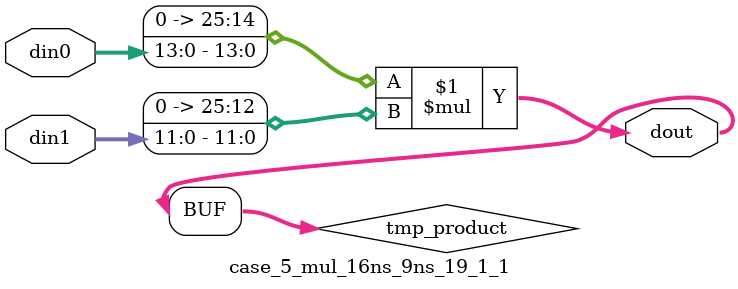
<source format=v>

`timescale 1 ns / 1 ps

 (* use_dsp = "no" *)  module case_5_mul_16ns_9ns_19_1_1(din0, din1, dout);
parameter ID = 1;
parameter NUM_STAGE = 0;
parameter din0_WIDTH = 14;
parameter din1_WIDTH = 12;
parameter dout_WIDTH = 26;

input [din0_WIDTH - 1 : 0] din0; 
input [din1_WIDTH - 1 : 0] din1; 
output [dout_WIDTH - 1 : 0] dout;

wire signed [dout_WIDTH - 1 : 0] tmp_product;
























assign tmp_product = $signed({1'b0, din0}) * $signed({1'b0, din1});











assign dout = tmp_product;





















endmodule

</source>
